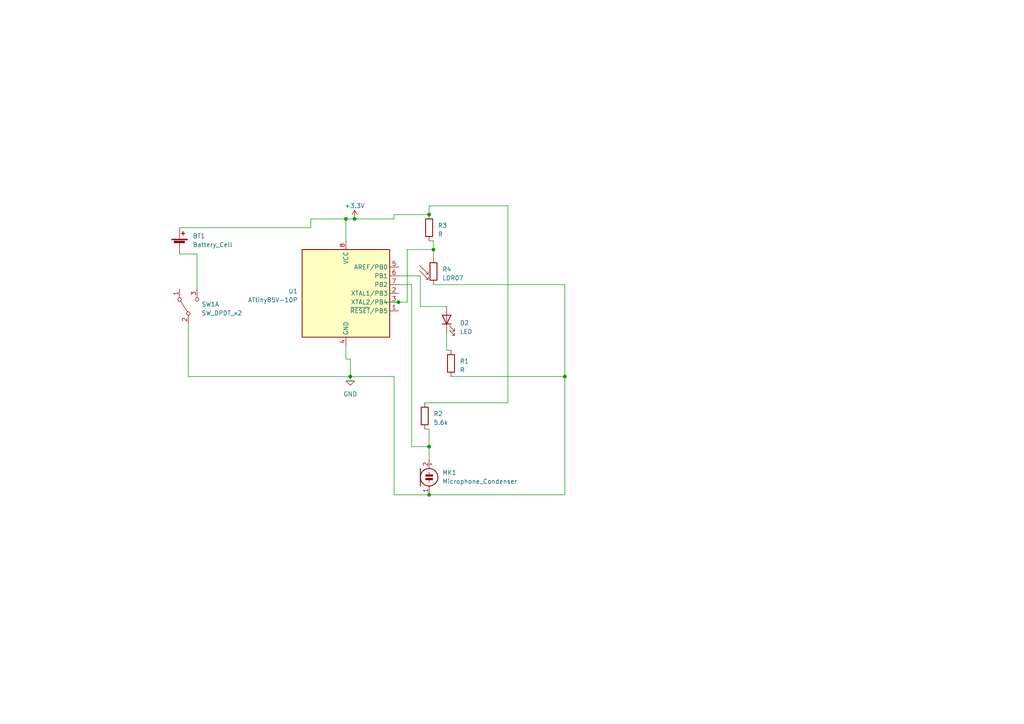
<source format=kicad_sch>
(kicad_sch (version 20230121) (generator eeschema)
  (paper "A4")
  (lib_symbols
    (symbol "Device:Battery_Cell" (pin_numbers hide) (pin_names (offset 0) hide)
      (property "Reference" "BT" (at 2.54 2.54 0))
      (property "Value" "Battery_Cell" (at 2.54 0 0))
      (symbol "Battery_Cell_0_1"
        (rectangle (start -2.286 1.778) (end 2.286 1.524) (fill (type outline)))
        (rectangle (start -1.5748 1.1938) (end 1.4732 0.6858) (fill (type outline)))
        (polyline (pts (xy 0 0.762) (xy 0 0)))
        (polyline (pts (xy 0 1.778) (xy 0 2.54)))
        (polyline (pts (xy 0.508 3.429) (xy 1.524 3.429)) (stroke (width 0.254)))
        (polyline (pts (xy 1.016 3.937) (xy 1.016 2.921)) (stroke (width 0.254)))
      )
      (symbol "Battery_Cell_1_1"
        (pin passive line (at 0 5.08 270) (length 2.54) (name "+") (number "1"))
        (pin passive line (at 0 -2.54 90) (length 2.54) (name "-") (number "2"))
      )
    )
    (symbol "Device:LED" (pin_numbers hide) (pin_names (offset 1.016) hide)
      (property "Reference" "D" (at 0 2.54 0))
      (property "Value" "LED" (at 0 -2.54 0))
      (symbol "LED_0_1"
        (polyline (pts (xy -1.27 -1.27) (xy -1.27 1.27)) (stroke (width 0.254)))
        (polyline (pts (xy -1.27 0) (xy 1.27 0)))
        (polyline (pts (xy 1.27 -1.27) (xy 1.27 1.27) (xy -1.27 0) (xy 1.27 -1.27)) (stroke (width 0.254)))
        (polyline (pts (xy -3.048 -0.762) (xy -4.572 -2.286) (xy -3.81 -2.286) (xy -4.572 -2.286) (xy -4.572 -1.524)))
        (polyline (pts (xy -1.778 -0.762) (xy -3.302 -2.286) (xy -2.54 -2.286) (xy -3.302 -2.286) (xy -3.302 -1.524)))
      )
      (symbol "LED_1_1"
        (pin passive line (at -3.81 0 0) (length 2.54) (name "K") (number "1"))
        (pin passive line (at 3.81 0 180) (length 2.54) (name "A") (number "2"))
      )
    )
    (symbol "Device:Microphone_Condenser" (pin_names (offset 0.0254) hide)
      (property "Reference" "MK" (at -3.302 1.27 0))
      (property "Value" "Microphone_Condenser" (at -3.302 -0.635 0))
      (symbol "Microphone_Condenser_0_1"
        (polyline (pts (xy -2.54 2.54) (xy -2.54 -2.54)) (stroke (width 0.254)))
        (polyline (pts (xy 0 -0.762) (xy 0 -1.524)))
        (polyline (pts (xy 0 0.762) (xy 0 1.524)))
        (polyline (pts (xy 0.254 3.81) (xy 0.762 3.81)))
        (polyline (pts (xy 0.508 4.064) (xy 0.508 3.556)))
        (circle (center 0 0) (radius 2.54) (stroke (width 0.254)))
        (rectangle (start 1.016 -0.254) (end -1.016 -0.762) (fill (type outline)))
        (rectangle (start 1.016 0.762) (end -1.016 0.254) (fill (type outline)))
      )
      (symbol "Microphone_Condenser_1_1"
        (pin passive line (at 0 -5.08 90) (length 2.54) (name "-") (number "1"))
        (pin passive line (at 0 5.08 270) (length 2.54) (name "+") (number "2"))
      )
    )
    (symbol "Device:R" (pin_numbers hide) (pin_names (offset 0))
      (property "Reference" "R" (at 2.032 0 90))
      (property "Value" "R" (at 0 0 90))
      (symbol "R_0_1"
        (rectangle (start -1.016 -2.54) (end 1.016 2.54) (stroke (width 0.254)))
      )
      (symbol "R_1_1"
        (pin passive line (at 0 3.81 270) (length 1.27) (name "~") (number "1"))
        (pin passive line (at 0 -3.81 90) (length 1.27) (name "~") (number "2"))
      )
    )
    (symbol "MCU_Microchip_ATtiny:ATtiny85V-10P"
      (property "Reference" "U" (at -12.7 13.97 0))
      (property "Value" "ATtiny85V-10P" (at 2.54 -13.97 0))
      (symbol "ATtiny85V-10P_0_1"
        (rectangle (start -12.7 -12.7) (end 12.7 12.7) (stroke (width 0.254)) (fill (type background)))
      )
      (symbol "ATtiny85V-10P_1_1"
        (pin bidirectional line (at 15.24 -5.08 180) (length 2.54) (name "~{RESET}/PB5") (number "1"))
        (pin bidirectional line (at 15.24 0 180) (length 2.54) (name "XTAL1/PB3") (number "2"))
        (pin bidirectional line (at 15.24 -2.54 180) (length 2.54) (name "XTAL2/PB4") (number "3"))
        (pin power_in line (at 0 -15.24 90) (length 2.54) (name "GND") (number "4"))
        (pin bidirectional line (at 15.24 7.62 180) (length 2.54) (name "AREF/PB0") (number "5"))
        (pin bidirectional line (at 15.24 5.08 180) (length 2.54) (name "PB1") (number "6"))
        (pin bidirectional line (at 15.24 2.54 180) (length 2.54) (name "PB2") (number "7"))
        (pin power_in line (at 0 15.24 270) (length 2.54) (name "VCC") (number "8"))
      )
    )
    (symbol "Sensor_Optical:LDR07" (pin_numbers hide) (pin_names (offset 0))
      (property "Reference" "R" (at -5.08 0 90))
      (property "Value" "LDR07" (at 1.905 0 90))
      (symbol "LDR07_0_1"
        (rectangle (start -1.016 2.54) (end 1.016 -2.54) (stroke (width 0.254)))
        (polyline (pts (xy -1.524 -2.286) (xy -4.064 0.254)))
        (polyline (pts (xy -1.524 -2.286) (xy -2.286 -2.286)))
        (polyline (pts (xy -1.524 -2.286) (xy -1.524 -1.524)))
        (polyline (pts (xy -1.524 -0.762) (xy -4.064 1.778)))
        (polyline (pts (xy -1.524 -0.762) (xy -2.286 -0.762)))
        (polyline (pts (xy -1.524 -0.762) (xy -1.524 0)))
      )
      (symbol "LDR07_1_1"
        (pin passive line (at 0 3.81 270) (length 1.27) (name "~") (number "1"))
        (pin passive line (at 0 -3.81 90) (length 1.27) (name "~") (number "2"))
      )
    )
    (symbol "Switch:SW_DPDT_x2" (pin_names (offset 0) hide)
      (property "Reference" "SW" (at 0 4.318 0))
      (property "Value" "SW_DPDT_x2" (at 0 -5.08 0))
      (symbol "SW_DPDT_x2_0_0"
        (circle (center -2.032 0) (radius 0.508))
        (circle (center 2.032 -2.54) (radius 0.508))
      )
      (symbol "SW_DPDT_x2_0_1"
        (polyline (pts (xy -1.524 0.254) (xy 1.651 2.286)))
        (circle (center 2.032 2.54) (radius 0.508))
      )
      (symbol "SW_DPDT_x2_1_1"
        (pin passive line (at 5.08 2.54 180) (length 2.54) (name "A") (number "1"))
        (pin passive line (at -5.08 0 0) (length 2.54) (name "B") (number "2"))
        (pin passive line (at 5.08 -2.54 180) (length 2.54) (name "C") (number "3"))
      )
      (symbol "SW_DPDT_x2_2_1"
        (pin passive line (at 5.08 2.54 180) (length 2.54) (name "A") (number "4"))
        (pin passive line (at -5.08 0 0) (length 2.54) (name "B") (number "5"))
        (pin passive line (at 5.08 -2.54 180) (length 2.54) (name "C") (number "6"))
      )
    )
    (symbol "power:+3.3V" (power) (pin_names (offset 0))
      (property "Value" "+3.3V" (at 0 3.556 0))
      (symbol "+3.3V_0_1"
        (polyline (pts (xy -0.762 1.27) (xy 0 2.54)))
        (polyline (pts (xy 0 0) (xy 0 2.54)))
        (polyline (pts (xy 0 2.54) (xy 0.762 1.27)))
      )
      (symbol "+3.3V_1_1"
        (pin power_in line (at 0 0 90) (length 0) hide (name "+3.3V") (number "1"))
      )
    )
    (symbol "power:GND" (power) (pin_names (offset 0))
      (property "Value" "GND" (at 0 -3.81 0))
      (symbol "GND_0_1"
        (polyline (pts (xy 0 0) (xy 0 -1.27) (xy 1.27 -1.27) (xy 0 -2.54) (xy -1.27 -1.27) (xy 0 -1.27)))
      )
      (symbol "GND_1_1"
        (pin power_in line (at 0 0 270) (length 0) hide (name "GND") (number "1"))
      )
    )
  )
  (junction (at 125.73 72.39))
  (junction (at 124.46 62.23))
  (junction (at 115.57 87.63))
  (junction (at 163.83 109.22))
  (junction (at 101.6 109.22))
  (junction (at 124.46 129.54))
  (junction (at 124.46 143.51))
  (junction (at 102.87 63.5))
  (junction (at 100.33 63.5))
  (wire (pts (xy 123.19 116.84) (xy 147.32 116.84)))
  (wire (pts (xy 52.07 73.66) (xy 57.15 73.66)))
  (wire (pts (xy 57.15 73.66) (xy 57.15 83.82)))
  (wire (pts (xy 100.33 100.33) (xy 100.33 104.14)))
  (wire (pts (xy 101.6 109.22) (xy 114.3 109.22)))
  (wire (pts (xy 54.61 109.22) (xy 54.61 93.98)))
  (wire (pts (xy 124.46 129.54) (xy 119.38 129.54)))
  (wire (pts (xy 125.73 69.85) (xy 124.46 69.85)))
  (wire (pts (xy 90.17 63.5) (xy 100.33 63.5)))
  (wire (pts (xy 54.61 109.22) (xy 101.6 109.22)))
  (wire (pts (xy 102.87 110.49) (xy 100.33 110.49)))
  (wire (pts (xy 124.46 124.46) (xy 123.19 124.46)))
  (wire (pts (xy 118.11 72.39) (xy 118.11 87.63)))
  (wire (pts (xy 130.81 109.22) (xy 163.83 109.22)))
  (wire (pts (xy 102.87 63.5) (xy 114.3 63.5)))
  (wire (pts (xy 124.46 143.51) (xy 114.3 143.51)))
  (wire (pts (xy 114.3 62.23) (xy 124.46 62.23)))
  (wire (pts (xy 125.73 74.93) (xy 125.73 72.39)))
  (wire (pts (xy 124.46 143.51) (xy 163.83 143.51)))
  (wire (pts (xy 147.32 116.84) (xy 147.32 59.69)))
  (wire (pts (xy 115.57 82.55) (xy 119.38 82.55)))
  (wire (pts (xy 147.32 59.69) (xy 124.46 59.69)))
  (wire (pts (xy 115.57 87.63) (xy 118.11 87.63)))
  (wire (pts (xy 129.54 101.6) (xy 130.81 101.6)))
  (wire (pts (xy 115.57 80.01) (xy 121.92 80.01)))
  (wire (pts (xy 163.83 82.55) (xy 163.83 109.22)))
  (wire (pts (xy 52.07 66.04) (xy 90.17 66.04)))
  (wire (pts (xy 129.54 96.52) (xy 129.54 101.6)))
  (wire (pts (xy 100.33 69.85) (xy 100.33 63.5)))
  (wire (pts (xy 101.6 104.14) (xy 101.6 109.22)))
  (wire (pts (xy 114.3 63.5) (xy 114.3 62.23)))
  (wire (pts (xy 90.17 66.04) (xy 90.17 63.5)))
  (wire (pts (xy 125.73 72.39) (xy 118.11 72.39)))
  (wire (pts (xy 121.92 80.01) (xy 121.92 88.9)))
  (wire (pts (xy 124.46 129.54) (xy 124.46 133.35)))
  (wire (pts (xy 121.92 88.9) (xy 129.54 88.9)))
  (wire (pts (xy 119.38 129.54) (xy 119.38 82.55)))
  (wire (pts (xy 124.46 59.69) (xy 124.46 62.23)))
  (wire (pts (xy 163.83 109.22) (xy 163.83 143.51)))
  (wire (pts (xy 100.33 63.5) (xy 102.87 63.5)))
  (wire (pts (xy 125.73 82.55) (xy 163.83 82.55)))
  (wire (pts (xy 100.33 104.14) (xy 101.6 104.14)))
  (wire (pts (xy 125.73 72.39) (xy 125.73 69.85)))
  (wire (pts (xy 124.46 129.54) (xy 124.46 124.46)))
  (wire (pts (xy 111.76 87.63) (xy 115.57 87.63)))
  (wire (pts (xy 114.3 143.51) (xy 114.3 109.22)))
  (symbol (lib_id "Device:R") (at 130.81 105.41 0) (unit 1)
    (property "Reference" "R1" (at 133.35 104.775 0) (effects (justify left)))
    (property "Value" "R" (at 133.35 107.315 0) (effects (justify left)))
    (property "Footprint" "LED_THT:LED_D2.0mm_W4.8mm_H2.5mm_FlatTop" (effects hide))
  )
  (symbol (lib_id "Device:R") (at 124.46 66.04 180) (unit 1)
    (property "Reference" "R3" (at 127 65.405 0) (effects (justify right)))
    (property "Value" "R" (at 127 67.945 0) (effects (justify right)))
    (property "Footprint" "Resistor_THT:R_Axial_DIN0207_L6.3mm_D2.5mm_P10.16mm_Horizontal" (effects hide))
  )
  (symbol (lib_id "Device:Microphone_Condenser") (at 124.46 138.43 0) (unit 1)
    (property "Reference" "MK1" (at 128.27 137.0965 0) (effects (justify left)))
    (property "Value" "Microphone_Condenser" (at 128.27 139.6365 0) (effects (justify left)))
    (property "Footprint" "LED_THT:LED_D2.0mm_W4.8mm_H2.5mm_FlatTop" (effects hide))
  )
  (symbol (lib_id "Switch:SW_DPDT_x2") (at 54.61 88.9 90) (unit 1)
    (property "Reference" "SW1" (at 58.42 88.265 90) (effects (justify right)))
    (property "Value" "SW_DPDT_x2" (at 58.42 90.805 90) (effects (justify right)))
  )
  (symbol (lib_id "Sensor_Optical:LDR07") (at 125.73 78.74 0) (unit 1)
    (property "Reference" "R4" (at 128.27 78.105 0) (effects (justify left)))
    (property "Value" "LDR07" (at 128.27 80.645 0) (effects (justify left)))
    (property "Footprint" "OptoDevice:R_LDR_5.1x4.3mm_P3.4mm_Vertical" (effects hide))
    (property "Datasheet" "http://www.tme.eu/de/Document/f2e3ad76a925811312d226c31da4cd7e/LDR07.pdf" (effects hide))
  )
  (symbol (lib_id "MCU_Microchip_ATtiny:ATtiny85V-10P") (at 100.33 85.09 0) (unit 1)
    (property "Reference" "U1" (at 86.36 84.455 0) (effects (justify right)))
    (property "Value" "ATtiny85V-10P" (at 86.36 86.995 0) (effects (justify right)))
    (property "Footprint" "Package_DIP:DIP-8_W7.62mm" (effects hide))
    (property "Datasheet" "http://ww1.microchip.com/downloads/en/DeviceDoc/atmel-2586-avr-8-bit-microcontroller-attiny25-attiny45-attiny85_datasheet.pdf" (effects hide))
  )
  (symbol (lib_id "Device:R") (at 123.19 120.65 180) (unit 1)
    (property "Reference" "R2" (at 125.73 120.015 0) (effects (justify right)))
    (property "Value" "5.6k" (at 125.73 122.555 0) (effects (justify right)))
    (property "Footprint" "Resistor_THT:R_Axial_DIN0207_L6.3mm_D2.5mm_P10.16mm_Horizontal" (effects hide))
  )
  (symbol (lib_id "Device:LED") (at 129.54 92.71 90) (unit 1)
    (property "Reference" "D2" (at 133.35 93.6625 90) (effects (justify right)))
    (property "Value" "LED" (at 133.35 96.2025 90) (effects (justify right)))
    (property "Footprint" "LED_THT:LED_D1.8mm_W1.8mm_H2.4mm_Horizontal_O6.35mm_Z1.6mm" (effects hide))
  )
  (symbol (lib_id "power:+3.3V") (at 102.87 63.5 0) (unit 1)
    (property "Reference" "#PWR01" (effects hide))
    (property "Value" "+3.3V" (at 102.87 59.69 0))
  )
  (symbol (lib_id "Device:Battery_Cell") (at 52.07 71.12 0) (unit 1)
    (property "Reference" "BT1" (at 55.88 68.453 0) (effects (justify left)))
    (property "Value" "Battery_Cell" (at 55.88 70.993 0) (effects (justify left)))
    (property "Footprint" "Battery:BatteryHolder_Keystone_1057_1x2032" (effects hide))
  )
  (symbol (lib_id "power:GND") (at 101.6 109.22 0) (unit 1)
    (property "Reference" "#PWR02" (effects hide))
    (property "Value" "GND" (at 101.6 114.3 0))
  )
)
</source>
